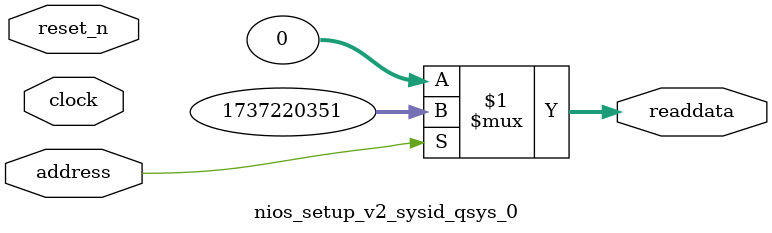
<source format=v>



// synthesis translate_off
`timescale 1ns / 1ps
// synthesis translate_on

// turn off superfluous verilog processor warnings 
// altera message_level Level1 
// altera message_off 10034 10035 10036 10037 10230 10240 10030 

module nios_setup_v2_sysid_qsys_0 (
               // inputs:
                address,
                clock,
                reset_n,

               // outputs:
                readdata
             )
;

  output  [ 31: 0] readdata;
  input            address;
  input            clock;
  input            reset_n;

  wire    [ 31: 0] readdata;
  //control_slave, which is an e_avalon_slave
  assign readdata = address ? 1737220351 : 0;

endmodule



</source>
